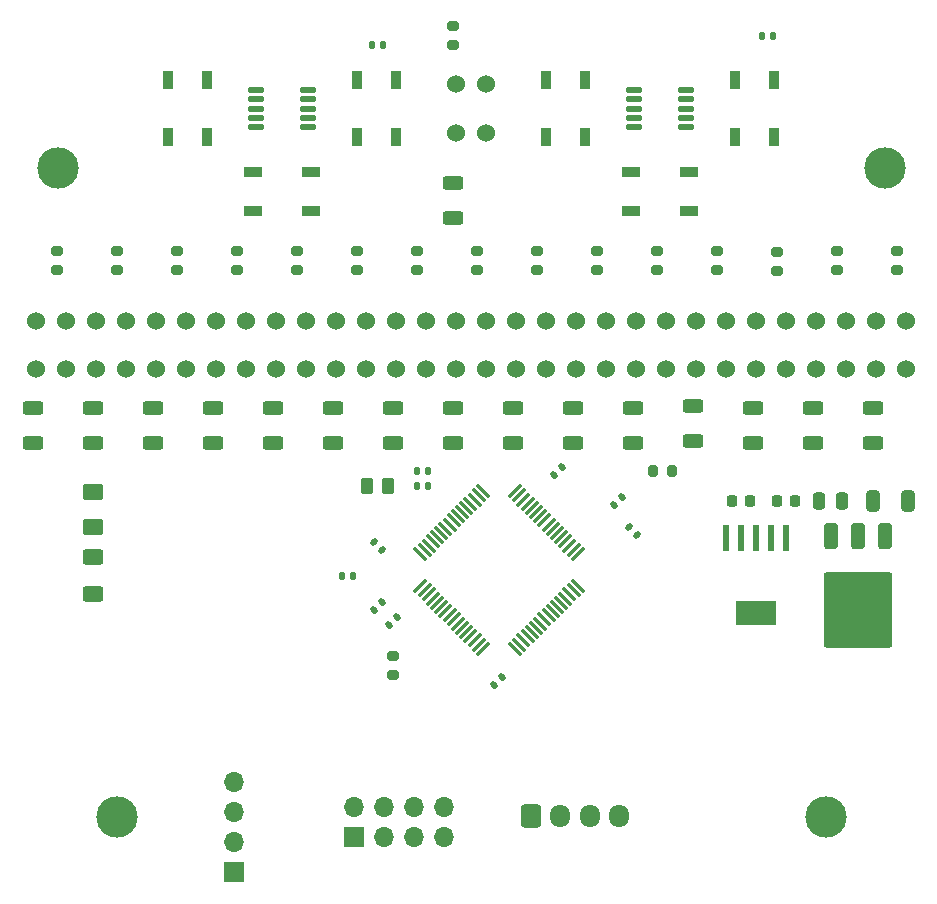
<source format=gbr>
%TF.GenerationSoftware,KiCad,Pcbnew,7.0.9*%
%TF.CreationDate,2024-05-14T12:43:38+09:00*%
%TF.ProjectId,04-line,30342d6c-696e-4652-9e6b-696361645f70,rev?*%
%TF.SameCoordinates,Original*%
%TF.FileFunction,Soldermask,Bot*%
%TF.FilePolarity,Negative*%
%FSLAX46Y46*%
G04 Gerber Fmt 4.6, Leading zero omitted, Abs format (unit mm)*
G04 Created by KiCad (PCBNEW 7.0.9) date 2024-05-14 12:43:38*
%MOMM*%
%LPD*%
G01*
G04 APERTURE LIST*
G04 Aperture macros list*
%AMRoundRect*
0 Rectangle with rounded corners*
0 $1 Rounding radius*
0 $2 $3 $4 $5 $6 $7 $8 $9 X,Y pos of 4 corners*
0 Add a 4 corners polygon primitive as box body*
4,1,4,$2,$3,$4,$5,$6,$7,$8,$9,$2,$3,0*
0 Add four circle primitives for the rounded corners*
1,1,$1+$1,$2,$3*
1,1,$1+$1,$4,$5*
1,1,$1+$1,$6,$7*
1,1,$1+$1,$8,$9*
0 Add four rect primitives between the rounded corners*
20,1,$1+$1,$2,$3,$4,$5,0*
20,1,$1+$1,$4,$5,$6,$7,0*
20,1,$1+$1,$6,$7,$8,$9,0*
20,1,$1+$1,$8,$9,$2,$3,0*%
G04 Aperture macros list end*
%ADD10R,1.700000X1.700000*%
%ADD11O,1.700000X1.700000*%
%ADD12C,3.500000*%
%ADD13RoundRect,0.250000X-0.600000X-0.725000X0.600000X-0.725000X0.600000X0.725000X-0.600000X0.725000X0*%
%ADD14O,1.700000X1.950000*%
%ADD15RoundRect,0.140000X-0.140000X-0.170000X0.140000X-0.170000X0.140000X0.170000X-0.140000X0.170000X0*%
%ADD16R,0.900000X1.500000*%
%ADD17C,1.524000*%
%ADD18RoundRect,0.200000X-0.200000X-0.275000X0.200000X-0.275000X0.200000X0.275000X-0.200000X0.275000X0*%
%ADD19RoundRect,0.200000X0.275000X-0.200000X0.275000X0.200000X-0.275000X0.200000X-0.275000X-0.200000X0*%
%ADD20RoundRect,0.125000X0.575000X0.125000X-0.575000X0.125000X-0.575000X-0.125000X0.575000X-0.125000X0*%
%ADD21RoundRect,0.250001X0.624999X-0.462499X0.624999X0.462499X-0.624999X0.462499X-0.624999X-0.462499X0*%
%ADD22RoundRect,0.250000X0.325000X0.650000X-0.325000X0.650000X-0.325000X-0.650000X0.325000X-0.650000X0*%
%ADD23RoundRect,0.250000X0.625000X-0.312500X0.625000X0.312500X-0.625000X0.312500X-0.625000X-0.312500X0*%
%ADD24RoundRect,0.250000X0.625000X-0.400000X0.625000X0.400000X-0.625000X0.400000X-0.625000X-0.400000X0*%
%ADD25RoundRect,0.250000X-0.250000X-0.475000X0.250000X-0.475000X0.250000X0.475000X-0.250000X0.475000X0*%
%ADD26R,1.500000X0.900000*%
%ADD27RoundRect,0.250000X-0.262500X-0.450000X0.262500X-0.450000X0.262500X0.450000X-0.262500X0.450000X0*%
%ADD28R,0.600000X2.200000*%
%ADD29R,3.450000X2.150000*%
%ADD30RoundRect,0.140000X0.021213X-0.219203X0.219203X-0.021213X-0.021213X0.219203X-0.219203X0.021213X0*%
%ADD31RoundRect,0.140000X0.219203X0.021213X0.021213X0.219203X-0.219203X-0.021213X-0.021213X-0.219203X0*%
%ADD32RoundRect,0.140000X-0.021213X0.219203X-0.219203X0.021213X0.021213X-0.219203X0.219203X-0.021213X0*%
%ADD33RoundRect,0.075000X-0.548008X0.441942X0.441942X-0.548008X0.548008X-0.441942X-0.441942X0.548008X0*%
%ADD34RoundRect,0.075000X-0.548008X-0.441942X-0.441942X-0.548008X0.548008X0.441942X0.441942X0.548008X0*%
%ADD35RoundRect,0.225000X0.225000X0.250000X-0.225000X0.250000X-0.225000X-0.250000X0.225000X-0.250000X0*%
%ADD36RoundRect,0.250000X-0.350000X0.850000X-0.350000X-0.850000X0.350000X-0.850000X0.350000X0.850000X0*%
%ADD37RoundRect,0.249997X-2.650003X2.950003X-2.650003X-2.950003X2.650003X-2.950003X2.650003X2.950003X0*%
%ADD38RoundRect,0.140000X0.140000X0.170000X-0.140000X0.170000X-0.140000X-0.170000X0.140000X-0.170000X0*%
%ADD39RoundRect,0.140000X-0.219203X-0.021213X-0.021213X-0.219203X0.219203X0.021213X0.021213X0.219203X0*%
%ADD40RoundRect,0.225000X-0.225000X-0.250000X0.225000X-0.250000X0.225000X0.250000X-0.225000X0.250000X0*%
%ADD41RoundRect,0.200000X-0.275000X0.200000X-0.275000X-0.200000X0.275000X-0.200000X0.275000X0.200000X0*%
G04 APERTURE END LIST*
D10*
%TO.C,J4*%
X75438000Y-151638000D03*
D11*
X75438000Y-149098000D03*
X77978000Y-151638000D03*
X77978000Y-149098000D03*
X80518000Y-151638000D03*
X80518000Y-149098000D03*
X83058000Y-151638000D03*
X83058000Y-149098000D03*
%TD*%
D12*
%TO.C,REF\u002A\u002A*%
X115400500Y-150000000D03*
%TD*%
%TO.C,REF\u002A\u002A*%
X55400500Y-150000000D03*
%TD*%
%TO.C,REF\u002A\u002A*%
X120400500Y-95000000D03*
%TD*%
D10*
%TO.C,J1*%
X65278000Y-154676000D03*
D11*
X65278000Y-152136000D03*
X65278000Y-149596000D03*
X65278000Y-147056000D03*
%TD*%
D12*
%TO.C,REF\u002A\u002A*%
X50400500Y-95000000D03*
%TD*%
D13*
%TO.C,J3*%
X90424000Y-149860000D03*
D14*
X92924000Y-149860000D03*
X95424000Y-149860000D03*
X97924000Y-149860000D03*
%TD*%
D15*
%TO.C,C15*%
X80800000Y-121920000D03*
X81760000Y-121920000D03*
%TD*%
D16*
%TO.C,D6*%
X75750500Y-87550000D03*
X79050500Y-87550000D03*
X79050500Y-92450000D03*
X75750500Y-92450000D03*
%TD*%
D17*
%TO.C,U2*%
X81590500Y-107950000D03*
X79050500Y-107950000D03*
X81590500Y-112050000D03*
X79050500Y-112050000D03*
%TD*%
D18*
%TO.C,R26*%
X100775000Y-120650000D03*
X102425000Y-120650000D03*
%TD*%
D17*
%TO.C,U15*%
X106990500Y-107950000D03*
X104450500Y-107950000D03*
X106990500Y-112050000D03*
X104450500Y-112050000D03*
%TD*%
D15*
%TO.C,C16*%
X80800000Y-120650000D03*
X81760000Y-120650000D03*
%TD*%
D17*
%TO.C,U14*%
X101910500Y-107950000D03*
X99370500Y-107950000D03*
X101910500Y-112050000D03*
X99370500Y-112050000D03*
%TD*%
D19*
%TO.C,R9*%
X83820000Y-84645000D03*
X83820000Y-82995000D03*
%TD*%
D20*
%TO.C,U25*%
X71600500Y-88400000D03*
X71600500Y-89200000D03*
X71600500Y-90000000D03*
X71600500Y-90800000D03*
X71600500Y-91600000D03*
X67200500Y-91600000D03*
X67200500Y-90800000D03*
X67200500Y-90000000D03*
X67200500Y-89200000D03*
X67200500Y-88400000D03*
%TD*%
D17*
%TO.C,U7*%
X56190500Y-107950000D03*
X53650500Y-107950000D03*
X56190500Y-112050000D03*
X53650500Y-112050000D03*
%TD*%
D21*
%TO.C,D3*%
X53340000Y-125439500D03*
X53340000Y-122464500D03*
%TD*%
D22*
%TO.C,C10*%
X122380000Y-123190000D03*
X119430000Y-123190000D03*
%TD*%
D23*
%TO.C,R14*%
X58420000Y-118302500D03*
X58420000Y-115377500D03*
%TD*%
D15*
%TO.C,C6*%
X110010000Y-83820000D03*
X110970000Y-83820000D03*
%TD*%
D23*
%TO.C,R30*%
X99060000Y-118302500D03*
X99060000Y-115377500D03*
%TD*%
D19*
%TO.C,R25*%
X121475000Y-103695000D03*
X121475000Y-102045000D03*
%TD*%
D17*
%TO.C,U4*%
X71430500Y-107950000D03*
X68890500Y-107950000D03*
X71430500Y-112050000D03*
X68890500Y-112050000D03*
%TD*%
D19*
%TO.C,R4*%
X65595000Y-103695000D03*
X65595000Y-102045000D03*
%TD*%
D23*
%TO.C,R10*%
X78740000Y-118302500D03*
X78740000Y-115377500D03*
%TD*%
%TO.C,R34*%
X119380000Y-118302500D03*
X119380000Y-115377500D03*
%TD*%
D19*
%TO.C,R24*%
X116395000Y-103695000D03*
X116395000Y-102045000D03*
%TD*%
D24*
%TO.C,R27*%
X53340000Y-131090000D03*
X53340000Y-127990000D03*
%TD*%
D23*
%TO.C,R12*%
X68580000Y-118302500D03*
X68580000Y-115377500D03*
%TD*%
D19*
%TO.C,R7*%
X50355000Y-103695000D03*
X50355000Y-102045000D03*
%TD*%
%TO.C,R21*%
X101155000Y-103695000D03*
X101155000Y-102045000D03*
%TD*%
D23*
%TO.C,R33*%
X114300000Y-118302500D03*
X114300000Y-115377500D03*
%TD*%
%TO.C,R17*%
X83820000Y-118302500D03*
X83820000Y-115377500D03*
%TD*%
D19*
%TO.C,R23*%
X111315000Y-103755000D03*
X111315000Y-102105000D03*
%TD*%
D23*
%TO.C,R11*%
X73660000Y-118302500D03*
X73660000Y-115377500D03*
%TD*%
%TO.C,R18*%
X83820000Y-99252500D03*
X83820000Y-96327500D03*
%TD*%
%TO.C,R16*%
X48260000Y-118302500D03*
X48260000Y-115377500D03*
%TD*%
%TO.C,R32*%
X109220000Y-118302500D03*
X109220000Y-115377500D03*
%TD*%
D19*
%TO.C,R3*%
X70675000Y-103695000D03*
X70675000Y-102045000D03*
%TD*%
D25*
%TO.C,C9*%
X114875000Y-123190000D03*
X116775000Y-123190000D03*
%TD*%
D17*
%TO.C,U5*%
X66350500Y-107950000D03*
X63810500Y-107950000D03*
X66350500Y-112050000D03*
X63810500Y-112050000D03*
%TD*%
D26*
%TO.C,D5*%
X71850500Y-95350000D03*
X71850500Y-98650000D03*
X66950500Y-98650000D03*
X66950500Y-95350000D03*
%TD*%
D27*
%TO.C,FB1*%
X76557500Y-121920000D03*
X78382500Y-121920000D03*
%TD*%
D16*
%TO.C,D8*%
X63050500Y-92450000D03*
X59750500Y-92450000D03*
X59750500Y-87550000D03*
X63050500Y-87550000D03*
%TD*%
D28*
%TO.C,U27*%
X106935000Y-126402500D03*
X108205000Y-126402500D03*
X109475000Y-126402500D03*
X110745000Y-126402500D03*
X112015000Y-126402500D03*
D29*
X109475000Y-132702500D03*
%TD*%
D30*
%TO.C,C4*%
X77130589Y-132419411D03*
X77809411Y-131740589D03*
%TD*%
D31*
%TO.C,C5*%
X77809411Y-127339411D03*
X77130589Y-126660589D03*
%TD*%
D32*
%TO.C,C12*%
X93049411Y-120310589D03*
X92370589Y-120989411D03*
%TD*%
D23*
%TO.C,R31*%
X104140000Y-118110000D03*
X104140000Y-115185000D03*
%TD*%
%TO.C,R28*%
X88900000Y-118302500D03*
X88900000Y-115377500D03*
%TD*%
D17*
%TO.C,U16*%
X112070500Y-107950000D03*
X109530500Y-107950000D03*
X112070500Y-112050000D03*
X109530500Y-112050000D03*
%TD*%
D19*
%TO.C,R22*%
X106235000Y-103695000D03*
X106235000Y-102045000D03*
%TD*%
D33*
%TO.C,U24*%
X81083678Y-127707106D03*
X81437231Y-127353553D03*
X81790784Y-127000000D03*
X82144338Y-126646446D03*
X82497891Y-126292893D03*
X82851445Y-125939339D03*
X83204998Y-125585786D03*
X83558551Y-125232233D03*
X83912105Y-124878679D03*
X84265658Y-124525126D03*
X84619211Y-124171573D03*
X84972765Y-123818019D03*
X85326318Y-123464466D03*
X85679872Y-123110912D03*
X86033425Y-122757359D03*
X86386978Y-122403806D03*
D34*
X89109340Y-122403806D03*
X89462893Y-122757359D03*
X89816446Y-123110912D03*
X90170000Y-123464466D03*
X90523553Y-123818019D03*
X90877107Y-124171573D03*
X91230660Y-124525126D03*
X91584213Y-124878679D03*
X91937767Y-125232233D03*
X92291320Y-125585786D03*
X92644873Y-125939339D03*
X92998427Y-126292893D03*
X93351980Y-126646446D03*
X93705534Y-127000000D03*
X94059087Y-127353553D03*
X94412640Y-127707106D03*
D33*
X94412640Y-130429468D03*
X94059087Y-130783021D03*
X93705534Y-131136574D03*
X93351980Y-131490128D03*
X92998427Y-131843681D03*
X92644873Y-132197235D03*
X92291320Y-132550788D03*
X91937767Y-132904341D03*
X91584213Y-133257895D03*
X91230660Y-133611448D03*
X90877107Y-133965001D03*
X90523553Y-134318555D03*
X90170000Y-134672108D03*
X89816446Y-135025662D03*
X89462893Y-135379215D03*
X89109340Y-135732768D03*
D34*
X86386978Y-135732768D03*
X86033425Y-135379215D03*
X85679872Y-135025662D03*
X85326318Y-134672108D03*
X84972765Y-134318555D03*
X84619211Y-133965001D03*
X84265658Y-133611448D03*
X83912105Y-133257895D03*
X83558551Y-132904341D03*
X83204998Y-132550788D03*
X82851445Y-132197235D03*
X82497891Y-131843681D03*
X82144338Y-131490128D03*
X81790784Y-131136574D03*
X81437231Y-130783021D03*
X81083678Y-130429468D03*
%TD*%
D35*
%TO.C,C8*%
X112790000Y-123190000D03*
X111240000Y-123190000D03*
%TD*%
D17*
%TO.C,U17*%
X117150500Y-107950000D03*
X114610500Y-107950000D03*
X117150500Y-112050000D03*
X114610500Y-112050000D03*
%TD*%
D16*
%TO.C,D4*%
X95050500Y-92450000D03*
X91750500Y-92450000D03*
X91750500Y-87550000D03*
X95050500Y-87550000D03*
%TD*%
D32*
%TO.C,C14*%
X79079411Y-133010589D03*
X78400589Y-133689411D03*
%TD*%
D17*
%TO.C,U8*%
X51110500Y-107950000D03*
X48570500Y-107950000D03*
X51110500Y-112050000D03*
X48570500Y-112050000D03*
%TD*%
D19*
%TO.C,R8*%
X85915000Y-103695000D03*
X85915000Y-102045000D03*
%TD*%
D30*
%TO.C,C2*%
X97450589Y-123529411D03*
X98129411Y-122850589D03*
%TD*%
D23*
%TO.C,R29*%
X93980000Y-118302500D03*
X93980000Y-115377500D03*
%TD*%
D19*
%TO.C,R20*%
X96075000Y-103695000D03*
X96075000Y-102045000D03*
%TD*%
D17*
%TO.C,U12*%
X91750500Y-107950000D03*
X89210500Y-107950000D03*
X91750500Y-112050000D03*
X89210500Y-112050000D03*
%TD*%
D15*
%TO.C,C3*%
X76990000Y-84582000D03*
X77950000Y-84582000D03*
%TD*%
D19*
%TO.C,R5*%
X60515000Y-103695000D03*
X60515000Y-102045000D03*
%TD*%
D36*
%TO.C,U28*%
X115830000Y-126185000D03*
X118110000Y-126185000D03*
D37*
X118110000Y-132485000D03*
D36*
X120390000Y-126185000D03*
%TD*%
D38*
%TO.C,C1*%
X75410000Y-129540000D03*
X74450000Y-129540000D03*
%TD*%
D19*
%TO.C,R19*%
X90995000Y-103695000D03*
X90995000Y-102045000D03*
%TD*%
D30*
%TO.C,C13*%
X87290589Y-138769411D03*
X87969411Y-138090589D03*
%TD*%
D19*
%TO.C,R1*%
X80835000Y-103695000D03*
X80835000Y-102045000D03*
%TD*%
D23*
%TO.C,R13*%
X63500000Y-118302500D03*
X63500000Y-115377500D03*
%TD*%
D17*
%TO.C,U3*%
X76510500Y-107950000D03*
X73970500Y-107950000D03*
X76510500Y-112050000D03*
X73970500Y-112050000D03*
%TD*%
D20*
%TO.C,U26*%
X103600500Y-88400000D03*
X103600500Y-89200000D03*
X103600500Y-90000000D03*
X103600500Y-90800000D03*
X103600500Y-91600000D03*
X99200500Y-91600000D03*
X99200500Y-90800000D03*
X99200500Y-90000000D03*
X99200500Y-89200000D03*
X99200500Y-88400000D03*
%TD*%
D17*
%TO.C,U9*%
X86670500Y-107950000D03*
X84130500Y-107950000D03*
X86670500Y-112050000D03*
X84130500Y-112050000D03*
%TD*%
%TO.C,U18*%
X122230500Y-107950000D03*
X119690500Y-107950000D03*
X122230500Y-112050000D03*
X119690500Y-112050000D03*
%TD*%
D16*
%TO.C,D2*%
X107750500Y-87550000D03*
X111050500Y-87550000D03*
X111050500Y-92450000D03*
X107750500Y-92450000D03*
%TD*%
D17*
%TO.C,U6*%
X61270500Y-107950000D03*
X58730500Y-107950000D03*
X61270500Y-112050000D03*
X58730500Y-112050000D03*
%TD*%
D39*
%TO.C,C11*%
X98720589Y-125390589D03*
X99399411Y-126069411D03*
%TD*%
D17*
%TO.C,U10*%
X86670500Y-87950000D03*
X84130500Y-87950000D03*
X86670500Y-92050000D03*
X84130500Y-92050000D03*
%TD*%
D40*
%TO.C,C7*%
X107430000Y-123190000D03*
X108980000Y-123190000D03*
%TD*%
D41*
%TO.C,R37*%
X78740000Y-136335000D03*
X78740000Y-137985000D03*
%TD*%
D19*
%TO.C,R6*%
X55435000Y-103695000D03*
X55435000Y-102045000D03*
%TD*%
D26*
%TO.C,D1*%
X103850500Y-95350000D03*
X103850500Y-98650000D03*
X98950500Y-98650000D03*
X98950500Y-95350000D03*
%TD*%
D23*
%TO.C,R15*%
X53340000Y-118302500D03*
X53340000Y-115377500D03*
%TD*%
D17*
%TO.C,U13*%
X96830500Y-107950000D03*
X94290500Y-107950000D03*
X96830500Y-112050000D03*
X94290500Y-112050000D03*
%TD*%
D19*
%TO.C,R2*%
X75755000Y-103695000D03*
X75755000Y-102045000D03*
%TD*%
M02*

</source>
